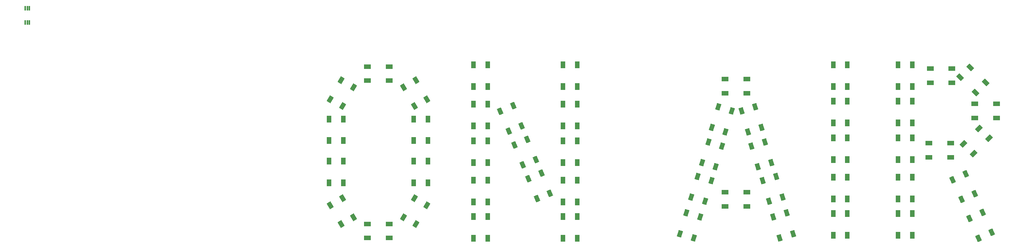
<source format=gbr>
G04 GENERATED BY PULSONIX 12.5 GERBER.DLL 9449*
G04 #@! TF.GenerationSoftware,Pulsonix,Pulsonix,12.5.9449*
G04 #@! TF.CreationDate,2025-02-15T20:42:59--1:00*
G04 #@! TF.Part,Single*
%FSLAX35Y35*%
%LPD*%
%MOMM*%
G04 #@! TF.FileFunction,Paste,Top*
G04 #@! TF.FilePolarity,Positive*
G04 #@! TA.AperFunction,SMDPad,CuDef*
%ADD14R,1.50000X1.00000*%
%AMT15*0 Rectangle Pad at angle 30*21,1,1.00000,1.50000,0,0,30*%
%ADD15T15*%
%ADD16R,1.00000X1.50000*%
%AMT17*0 Rectangle Pad at angle 150*21,1,1.00000,1.50000,0,0,150*%
%ADD17T17*%
%AMT18*0 Rectangle Pad at angle 23*21,1,1.00000,1.50000,0,0,23*%
%ADD18T18*%
%AMT19*0 Rectangle Pad at angle 163*21,1,1.00000,1.50000,0,0,163*%
%ADD19T19*%
%AMT70*0 Rectangle Pad at angle 17*21,1,1.00000,1.50000,0,0,17*%
%ADD70T70*%
%AMT71*0 Rectangle Pad at angle 45*21,1,1.00000,1.50000,0,0,45*%
%ADD71T71*%
%AMT20*0 Rectangle Pad at angle 135*21,1,1.00000,1.50000,0,0,135*%
%ADD20T20*%
%AMT21*0 Rectangle Pad at angle 24*21,1,1.00000,1.50000,0,0,24*%
%ADD21T21*%
%ADD22R,0.30000X1.00000*%
G04 #@! TD.AperFunction*
X0Y0D02*
D02*
D14*
X9855000Y2895500D03*
Y3215500D03*
Y6451500D03*
Y6771500D03*
X10345000Y2895500D03*
Y3215500D03*
Y6451500D03*
Y6771500D03*
X17903625Y3609875D03*
Y3929875D03*
Y6165750D03*
Y6485750D03*
X18393625Y3609875D03*
Y3929875D03*
Y6165750D03*
Y6485750D03*
X22491500Y4721125D03*
Y5041125D03*
X22523250Y6405500D03*
Y6725500D03*
X22981500Y4721125D03*
Y5041125D03*
X23013250Y6405500D03*
Y6725500D03*
X23523375Y5610125D03*
Y5930125D03*
X24013375Y5610125D03*
Y5930125D03*
D02*
D15*
X9013436Y3632176D03*
X9258436Y3207824D03*
X9290564Y3792176D03*
X9535564Y3367824D03*
X10664436Y6299176D03*
X10909436Y5874824D03*
X10941564Y6459176D03*
X11186564Y6034824D03*
D02*
D16*
X8987500Y4144000D03*
Y4634000D03*
Y5096500D03*
Y5586500D03*
X9307500Y4144000D03*
Y4634000D03*
Y5096500D03*
Y5586500D03*
X10892500Y4144000D03*
Y4634000D03*
Y5096500D03*
Y5586500D03*
X11212500Y4144000D03*
Y4634000D03*
Y5096500D03*
Y5586500D03*
X12241875Y2889875D03*
Y3379875D03*
Y3715375D03*
Y4205375D03*
Y4604375D03*
Y5094375D03*
Y5429875D03*
Y5919875D03*
Y6318875D03*
Y6808875D03*
X12561875Y2889875D03*
Y3379875D03*
Y3715375D03*
Y4205375D03*
Y4604375D03*
Y5094375D03*
Y5429875D03*
Y5919875D03*
Y6318875D03*
Y6808875D03*
X14258000Y2889875D03*
Y3379875D03*
Y3715375D03*
Y4205375D03*
Y4604375D03*
Y5094375D03*
Y5429875D03*
Y5919875D03*
Y6318875D03*
Y6808875D03*
X14578000Y2889875D03*
Y3379875D03*
Y3715375D03*
Y4205375D03*
Y4604375D03*
Y5094375D03*
Y5429875D03*
Y5919875D03*
Y6318875D03*
Y6808875D03*
X20338125Y2955000D03*
Y3445000D03*
Y3780500D03*
Y4270500D03*
Y4669500D03*
Y5159500D03*
Y5495000D03*
Y5985000D03*
Y6320500D03*
Y6810500D03*
X20658125Y2955000D03*
Y3445000D03*
Y3780500D03*
Y4270500D03*
Y4669500D03*
Y5159500D03*
Y5495000D03*
Y5985000D03*
Y6320500D03*
Y6810500D03*
X21798625Y2955000D03*
Y3445000D03*
Y3780500D03*
Y4270500D03*
Y4669500D03*
Y5159500D03*
Y5495000D03*
Y5985000D03*
Y6320500D03*
Y6810500D03*
X22118625Y2955000D03*
Y3445000D03*
Y3780500D03*
Y4270500D03*
Y4669500D03*
Y5159500D03*
Y5495000D03*
Y5985000D03*
Y6320500D03*
Y6810500D03*
D02*
D17*
X9013436Y6034824D03*
X9258436Y6459176D03*
X9290564Y5874824D03*
X9535564Y6299176D03*
X10664436Y3367824D03*
X10909436Y3792176D03*
X10941564Y3207824D03*
X11186564Y3632176D03*
D02*
D18*
X12841490Y5758507D03*
X13032948Y5307459D03*
X13136052Y5883541D03*
X13158990Y4996507D03*
X13327510Y5432493D03*
X13350448Y4545459D03*
X13453552Y5121541D03*
X13476490Y4234507D03*
X13645010Y4670493D03*
X13667948Y3783459D03*
X13771052Y4359541D03*
X13962510Y3908493D03*
D02*
D19*
X16892110Y2994985D03*
X17035372Y3463574D03*
X17146110Y3820485D03*
X17198128Y2901426D03*
X17289372Y4289074D03*
X17341390Y3370015D03*
X17384235Y4598360D03*
X17452128Y3726926D03*
X17527497Y5066949D03*
X17595390Y4195515D03*
X17606485Y5392110D03*
X17690253Y4504801D03*
X17749747Y5860699D03*
X17833515Y4973390D03*
X17912503Y5298551D03*
X18055765Y5767140D03*
D02*
D70*
X18273235D03*
X18416497Y5298551D03*
X18495485Y4973390D03*
X18579253Y5860699D03*
X18638747Y4504801D03*
X18722515Y5392110D03*
X18749485Y4195515D03*
X18801503Y5066949D03*
X18892747Y3726926D03*
X18944765Y4598360D03*
X18987610Y3370015D03*
X19055503Y4289074D03*
X19130872Y2901426D03*
X19198765Y3820485D03*
X19293628Y3463574D03*
X19436890Y2994985D03*
D02*
D71*
X23196247Y6528729D03*
X23422521Y6755003D03*
X23542729Y6182247D03*
X23769003Y6408521D03*
D02*
D20*
X23275622Y5027396D03*
X23501896Y4801122D03*
X23622104Y5373878D03*
X23848378Y5147604D03*
D02*
D21*
X23030432Y4214366D03*
X23229733Y3766728D03*
X23322767Y4344522D03*
X23411432Y3341241D03*
X23522068Y3896884D03*
X23610733Y2893603D03*
X23703767Y3471397D03*
X23903068Y3023759D03*
D02*
D22*
X2144250Y7769125D03*
Y8089125D03*
X2194250Y7769125D03*
Y8089125D03*
X2244250Y7769125D03*
Y8089125D03*
X0Y0D02*
M02*

</source>
